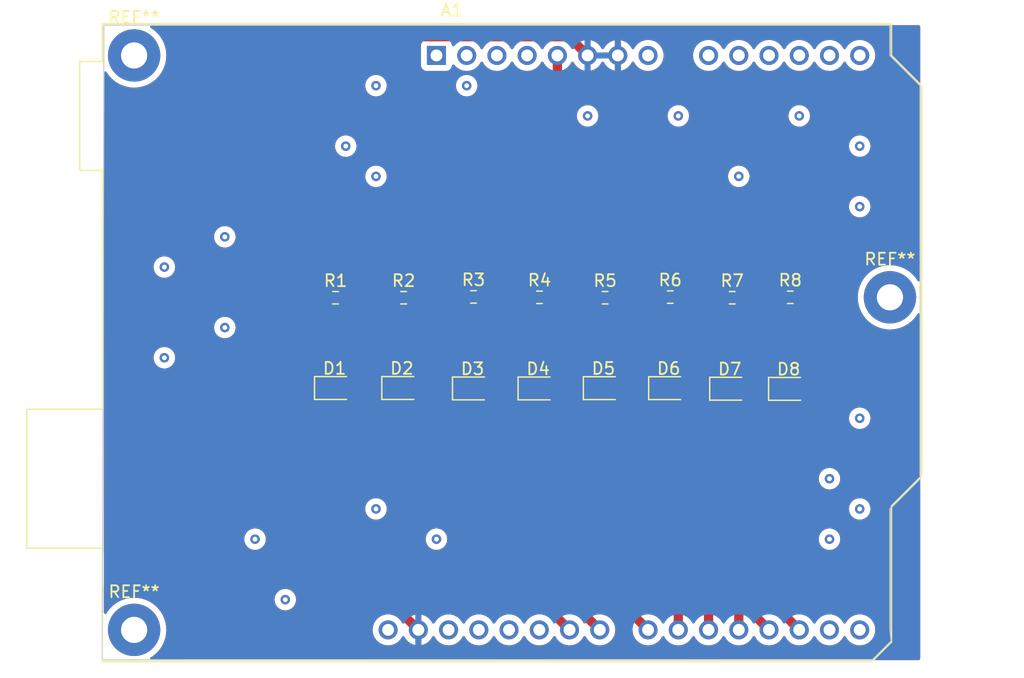
<source format=kicad_pcb>
(kicad_pcb (version 20221018) (generator pcbnew)
  (layers (0 "F.Cu" signal) (31 "B.Cu" signal) (34 "B.Paste" user) (35 "F.Paste" user) (36 "B.SilkS" user "B.Silkscreen") (37 "F.SilkS" user "F.Silkscreen") (38 "B.Mask" user) (39 "F.Mask" user) (44 "Edge.Cuts" user))
  (net 0 "")
  (net 1 "Net-(A1-+5V)")
  (net 2 "Net-(D8-A)")
  (net 3 "Net-(D7-A)")
  (net 4 "Net-(D6-A)")
  (net 5 "Net-(D5-A)")
  (net 6 "Net-(D4-A)")
  (net 7 "Net-(D3-A)")
  (net 8 "Net-(D2-A)")
  (net 9 "Net-(D1-A)")
  (net 14 "GND")
  (net 24 "Net-(A1-D2)")
  (net 25 "Net-(A1-D3)")
  (net 26 "Net-(A1-D4)")
  (net 27 "Net-(A1-D5)")
  (net 28 "Net-(A1-D6)")
  (net 29 "Net-(A1-D7)")
  (net 30 "Net-(A1-D8)")
  (net 31 "Net-(A1-D9)")
  (footprint "LED_SMD:LED_0805_2012Metric" (layer "F.Cu") (at 151.188194 83.831961)
    (fp_text reference "D5" (at 0 -1.65) (layer "F.SilkS"))
    (fp_text value "LED")
    (fp_line (start -1.685 -0.96) (end -1.685 0.96) (stroke (width 0.12)) (layer "F.SilkS"))
    (fp_line (start -1.685 0.96) (end 1 0.96) (stroke (width 0.12)) (layer "F.SilkS"))
    (fp_line (start 1 -0.96) (end -1.685 -0.96) (stroke (width 0.12)) (layer "F.SilkS"))
    (pad "1" smd roundrect (at -0.9375 0) (size 0.975 1.4) (layers "F.Cu" "F.Paste" "F.Mask") (net 27 "Net-(A1-D5)"))
    (pad "2" smd roundrect (at 0.9375 0) (size 0.975 1.4) (layers "F.Cu" "F.Paste" "F.Mask") (net 5 "Net-(D5-A)"))
  )
  (footprint "Resistor_SMD:R_0603_1608Metric" (layer "F.Cu") (at 162.005352 76.235848)
    (fp_text reference "R7" (at 0 -1.43) (layer "F.SilkS"))
    (fp_text value "R_Small_US")
    (fp_line (start -0.237258 -0.5225) (end 0.237258 -0.5225) (stroke (width 0.12)) (layer "F.SilkS"))
    (fp_line (start -0.237258 0.5225) (end 0.237258 0.5225) (stroke (width 0.12)) (layer "F.SilkS"))
    (pad "1" smd roundrect (at -0.825 0) (size 0.8 0.95) (layers "F.Cu" "F.Paste" "F.Mask") (net 1 "Net-(A1-+5V)"))
    (pad "2" smd roundrect (at 0.825 0) (size 0.8 0.95) (layers "F.Cu" "F.Paste" "F.Mask") (net 3 "Net-(D7-A)"))
  )
  (footprint "Resistor_SMD:R_0603_1608Metric" (layer "F.Cu") (at 156.800217 76.182187)
    (fp_text reference "R6" (at 0 -1.43) (layer "F.SilkS"))
    (fp_text value "R_Small_US")
    (fp_line (start -0.237258 -0.5225) (end 0.237258 -0.5225) (stroke (width 0.12)) (layer "F.SilkS"))
    (fp_line (start -0.237258 0.5225) (end 0.237258 0.5225) (stroke (width 0.12)) (layer "F.SilkS"))
    (pad "1" smd roundrect (at -0.825 0) (size 0.8 0.95) (layers "F.Cu" "F.Paste" "F.Mask") (net 1 "Net-(A1-+5V)"))
    (pad "2" smd roundrect (at 0.825 0) (size 0.8 0.95) (layers "F.Cu" "F.Paste" "F.Mask") (net 4 "Net-(D6-A)"))
  )
  (footprint "Resistor_SMD:R_0603_1608Metric" (layer "F.Cu") (at 128.68142 76.235922)
    (fp_text reference "R1" (at 0 -1.43) (layer "F.SilkS"))
    (fp_text value "R_Small_US")
    (fp_line (start -0.237258 -0.5225) (end 0.237258 -0.5225) (stroke (width 0.12)) (layer "F.SilkS"))
    (fp_line (start -0.237258 0.5225) (end 0.237258 0.5225) (stroke (width 0.12)) (layer "F.SilkS"))
    (pad "1" smd roundrect (at -0.825 0) (size 0.8 0.95) (layers "F.Cu" "F.Paste" "F.Mask") (net 1 "Net-(A1-+5V)"))
    (pad "2" smd roundrect (at 0.825 0) (size 0.8 0.95) (layers "F.Cu" "F.Paste" "F.Mask") (net 9 "Net-(D1-A)"))
  )
  (footprint "Resistor_SMD:R_0603_1608Metric" (layer "F.Cu") (at 151.326776 76.235848)
    (fp_text reference "R5" (at 0 -1.43) (layer "F.SilkS"))
    (fp_text value "R_Small_US")
    (fp_line (start -0.237258 -0.5225) (end 0.237258 -0.5225) (stroke (width 0.12)) (layer "F.SilkS"))
    (fp_line (start -0.237258 0.5225) (end 0.237258 0.5225) (stroke (width 0.12)) (layer "F.SilkS"))
    (pad "1" smd roundrect (at -0.825 0) (size 0.8 0.95) (layers "F.Cu" "F.Paste" "F.Mask") (net 1 "Net-(A1-+5V)"))
    (pad "2" smd roundrect (at 0.825 0) (size 0.8 0.95) (layers "F.Cu" "F.Paste" "F.Mask") (net 5 "Net-(D5-A)"))
  )
  (footprint "LED_SMD:LED_0805_2012Metric" (layer "F.Cu") (at 134.254774 83.82)
    (fp_text reference "D2" (at 0 -1.65) (layer "F.SilkS"))
    (fp_text value "LED")
    (fp_line (start -1.685 -0.96) (end -1.685 0.96) (stroke (width 0.12)) (layer "F.SilkS"))
    (fp_line (start -1.685 0.96) (end 1 0.96) (stroke (width 0.12)) (layer "F.SilkS"))
    (fp_line (start 1 -0.96) (end -1.685 -0.96) (stroke (width 0.12)) (layer "F.SilkS"))
    (pad "1" smd roundrect (at -0.9375 0) (size 0.975 1.4) (layers "F.Cu" "F.Paste" "F.Mask") (net 30 "Net-(A1-D8)"))
    (pad "2" smd roundrect (at 0.9375 0) (size 0.975 1.4) (layers "F.Cu" "F.Paste" "F.Mask") (net 8 "Net-(D2-A)"))
  )
  (footprint "MountingHole:MountingHole_2.2mm_M2_Pad" (layer "F.Cu") (at 111.76 55.88)
    (fp_text reference "REF**" (at 0 -3.2) (layer "F.SilkS"))
    (fp_text value "MountingHole_2.2mm_M2_Pad")
    (pad "1" thru_hole circle (at 0 0) (size 4.4 4.4) (drill 2.2) (layers "*.Cu" "*.Mask"))
  )
  (footprint "Resistor_SMD:R_0603_1608Metric" (layer "F.Cu") (at 140.272237 76.164374)
    (fp_text reference "R3" (at 0 -1.43) (layer "F.SilkS"))
    (fp_text value "R_Small_US")
    (fp_line (start -0.237258 -0.5225) (end 0.237258 -0.5225) (stroke (width 0.12)) (layer "F.SilkS"))
    (fp_line (start -0.237258 0.5225) (end 0.237258 0.5225) (stroke (width 0.12)) (layer "F.SilkS"))
    (pad "1" smd roundrect (at -0.825 0) (size 0.8 0.95) (layers "F.Cu" "F.Paste" "F.Mask") (net 1 "Net-(A1-+5V)"))
    (pad "2" smd roundrect (at 0.825 0) (size 0.8 0.95) (layers "F.Cu" "F.Paste" "F.Mask") (net 7 "Net-(D3-A)"))
  )
  (footprint "LED_SMD:LED_0805_2012Metric" (layer "F.Cu") (at 156.67356 83.831961)
    (fp_text reference "D6" (at 0 -1.65) (layer "F.SilkS"))
    (fp_text value "LED")
    (fp_line (start -1.685 -0.96) (end -1.685 0.96) (stroke (width 0.12)) (layer "F.SilkS"))
    (fp_line (start -1.685 0.96) (end 1 0.96) (stroke (width 0.12)) (layer "F.SilkS"))
    (fp_line (start 1 -0.96) (end -1.685 -0.96) (stroke (width 0.12)) (layer "F.SilkS"))
    (pad "1" smd roundrect (at -0.9375 0) (size 0.975 1.4) (layers "F.Cu" "F.Paste" "F.Mask") (net 26 "Net-(A1-D4)"))
    (pad "2" smd roundrect (at 0.9375 0) (size 0.975 1.4) (layers "F.Cu" "F.Paste" "F.Mask") (net 4 "Net-(D6-A)"))
  )
  (footprint "LED_SMD:LED_0805_2012Metric" (layer "F.Cu") (at 140.193279 83.855774)
    (fp_text reference "D3" (at 0 -1.65) (layer "F.SilkS"))
    (fp_text value "LED")
    (fp_line (start -1.685 -0.96) (end -1.685 0.96) (stroke (width 0.12)) (layer "F.SilkS"))
    (fp_line (start -1.685 0.96) (end 1 0.96) (stroke (width 0.12)) (layer "F.SilkS"))
    (fp_line (start 1 -0.96) (end -1.685 -0.96) (stroke (width 0.12)) (layer "F.SilkS"))
    (pad "1" smd roundrect (at -0.9375 0) (size 0.975 1.4) (layers "F.Cu" "F.Paste" "F.Mask") (net 29 "Net-(A1-D7)"))
    (pad "2" smd roundrect (at 0.9375 0) (size 0.975 1.4) (layers "F.Cu" "F.Paste" "F.Mask") (net 7 "Net-(D3-A)"))
  )
  (footprint "Resistor_SMD:R_0603_1608Metric" (layer "F.Cu") (at 145.817227 76.200148)
    (fp_text reference "R4" (at 0 -1.43) (layer "F.SilkS"))
    (fp_text value "R_Small_US")
    (fp_line (start -0.237258 -0.5225) (end 0.237258 -0.5225) (stroke (width 0.12)) (layer "F.SilkS"))
    (fp_line (start -0.237258 0.5225) (end 0.237258 0.5225) (stroke (width 0.12)) (layer "F.SilkS"))
    (pad "1" smd roundrect (at -0.825 0) (size 0.8 0.95) (layers "F.Cu" "F.Paste" "F.Mask") (net 1 "Net-(A1-+5V)"))
    (pad "2" smd roundrect (at 0.825 0) (size 0.8 0.95) (layers "F.Cu" "F.Paste" "F.Mask") (net 6 "Net-(D4-A)"))
  )
  (footprint "MountingHole:MountingHole_2.2mm_M2_Pad" (layer "F.Cu") (at 175.26 76.2)
    (fp_text reference "REF**" (at 0 -3.2) (layer "F.SilkS"))
    (fp_text value "MountingHole_2.2mm_M2_Pad")
    (pad "1" thru_hole circle (at 0 0) (size 4.4 4.4) (drill 2.2) (layers "*.Cu" "*.Mask"))
  )
  (footprint "LED_SMD:LED_0805_2012Metric" (layer "F.Cu") (at 161.801185 83.87966)
    (fp_text reference "D7" (at 0 -1.65) (layer "F.SilkS"))
    (fp_text value "LED")
    (fp_line (start -1.685 -0.96) (end -1.685 0.96) (stroke (width 0.12)) (layer "F.SilkS"))
    (fp_line (start -1.685 0.96) (end 1 0.96) (stroke (width 0.12)) (layer "F.SilkS"))
    (fp_line (start 1 -0.96) (end -1.685 -0.96) (stroke (width 0.12)) (layer "F.SilkS"))
    (pad "1" smd roundrect (at -0.9375 0) (size 0.975 1.4) (layers "F.Cu" "F.Paste" "F.Mask") (net 25 "Net-(A1-D3)"))
    (pad "2" smd roundrect (at 0.9375 0) (size 0.975 1.4) (layers "F.Cu" "F.Paste" "F.Mask") (net 3 "Net-(D7-A)"))
  )
  (footprint "LED_SMD:LED_0805_2012Metric" (layer "F.Cu") (at 128.6025 83.82)
    (fp_text reference "D1" (at 0 -1.65) (layer "F.SilkS"))
    (fp_text value "LED")
    (fp_line (start -1.685 -0.96) (end -1.685 0.96) (stroke (width 0.12)) (layer "F.SilkS"))
    (fp_line (start -1.685 0.96) (end 1 0.96) (stroke (width 0.12)) (layer "F.SilkS"))
    (fp_line (start 1 -0.96) (end -1.685 -0.96) (stroke (width 0.12)) (layer "F.SilkS"))
    (pad "1" smd roundrect (at -0.9375 0) (size 0.975 1.4) (layers "F.Cu" "F.Paste" "F.Mask") (net 31 "Net-(A1-D9)"))
    (pad "2" smd roundrect (at 0.9375 0) (size 0.975 1.4) (layers "F.Cu" "F.Paste" "F.Mask") (net 9 "Net-(D1-A)"))
  )
  (footprint "MountingHole:MountingHole_2.2mm_M2_Pad" (layer "F.Cu") (at 111.76 104.14)
    (fp_text reference "REF**" (at 0 -3.2) (layer "F.SilkS"))
    (fp_text value "MountingHole_2.2mm_M2_Pad")
    (pad "1" thru_hole circle (at 0 0) (size 4.4 4.4) (drill 2.2) (layers "*.Cu" "*.Mask"))
  )
  (footprint "Module:Arduino_UNO_R2" (layer "F.Cu") (at 137.16 55.88)
    (fp_text reference "A1" (at 1.27 -3.81 180) (layer "F.SilkS"))
    (fp_text value "Arduino_UNO_R2")
    (fp_line (start -34.42 29.72) (end -34.42 41.4) (stroke (width 0.12)) (layer "F.SilkS"))
    (fp_line (start -34.42 41.4) (end -28.07 41.4) (stroke (width 0.12)) (layer "F.SilkS"))
    (fp_line (start -29.97 0.51) (end -29.97 9.65) (stroke (width 0.12)) (layer "F.SilkS"))
    (fp_line (start -29.97 9.65) (end -28.07 9.65) (stroke (width 0.12)) (layer "F.SilkS"))
    (fp_line (start -28.07 -2.67) (end -28.07 0.51) (stroke (width 0.12)) (layer "F.SilkS"))
    (fp_line (start -28.07 0.51) (end -29.97 0.51) (stroke (width 0.12)) (layer "F.SilkS"))
    (fp_line (start -28.07 9.65) (end -28.07 29.72) (stroke (width 0.12)) (layer "F.SilkS"))
    (fp_line (start -28.07 29.72) (end -34.42 29.72) (stroke (width 0.12)) (layer "F.SilkS"))
    (fp_line (start -28.07 41.4) (end -28.07 50.93) (stroke (width 0.12)) (layer "F.SilkS"))
    (fp_line (start -28.07 50.93) (end 36.58 50.93) (stroke (width 0.12)) (layer "F.SilkS"))
    (fp_line (start 36.58 50.93) (end 38.23 49.28) (stroke (width 0.12)) (layer "F.SilkS"))
    (fp_line (start 38.23 -2.67) (end -28.07 -2.67) (stroke (width 0.12)) (layer "F.SilkS"))
    (fp_line (start 38.23 0) (end 38.23 -2.67) (stroke (width 0.12)) (layer "F.SilkS"))
    (fp_line (start 38.23 37.85) (end 40.77 35.31) (stroke (width 0.12)) (layer "F.SilkS"))
    (fp_line (start 38.23 49.28) (end 38.23 37.85) (stroke (width 0.12)) (layer "F.SilkS"))
    (fp_line (start 40.77 2.54) (end 38.23 0) (stroke (width 0.12)) (layer "F.SilkS"))
    (fp_line (start 40.77 35.31) (end 40.77 2.54) (stroke (width 0.12)) (layer "F.SilkS"))
    (pad "1" thru_hole rect (at 0 0 90) (size 1.6 1.6) (drill 1) (layers "*.Cu" "*.Mask"))
    (pad "2" thru_hole oval (at 2.54 0 90) (size 1.6 1.6) (drill 1) (layers "*.Cu" "*.Mask"))
    (pad "3" thru_hole oval (at 5.08 0 90) (size 1.6 1.6) (drill 1) (layers "*.Cu" "*.Mask"))
    (pad "4" thru_hole oval (at 7.62 0 90) (size 1.6 1.6) (drill 1) (layers "*.Cu" "*.Mask"))
    (pad "5" thru_hole oval (at 10.16 0 90) (size 1.6 1.6) (drill 1) (layers "*.Cu" "*.Mask") (net 1 "Net-(A1-+5V)"))
    (pad "6" thru_hole oval (at 12.7 0 90) (size 1.6 1.6) (drill 1) (layers "*.Cu" "*.Mask") (net 14 "GND"))
    (pad "7" thru_hole oval (at 15.24 0 90) (size 1.6 1.6) (drill 1) (layers "*.Cu" "*.Mask") (net 14 "GND"))
    (pad "8" thru_hole oval (at 17.78 0 90) (size 1.6 1.6) (drill 1) (layers "*.Cu" "*.Mask"))
    (pad "9" thru_hole oval (at 22.86 0 90) (size 1.6 1.6) (drill 1) (layers "*.Cu" "*.Mask"))
    (pad "10" thru_hole oval (at 25.4 0 90) (size 1.6 1.6) (drill 1) (layers "*.Cu" "*.Mask"))
    (pad "11" thru_hole oval (at 27.94 0 90) (size 1.6 1.6) (drill 1) (layers "*.Cu" "*.Mask"))
    (pad "12" thru_hole oval (at 30.48 0 90) (size 1.6 1.6) (drill 1) (layers "*.Cu" "*.Mask"))
    (pad "13" thru_hole oval (at 33.02 0 90) (size 1.6 1.6) (drill 1) (layers "*.Cu" "*.Mask"))
    (pad "14" thru_hole oval (at 35.56 0 90) (size 1.6 1.6) (drill 1) (layers "*.Cu" "*.Mask"))
    (pad "15" thru_hole oval (at 35.56 48.26 90) (size 1.6 1.6) (drill 1) (layers "*.Cu" "*.Mask"))
    (pad "16" thru_hole oval (at 33.02 48.26 90) (size 1.6 1.6) (drill 1) (layers "*.Cu" "*.Mask"))
    (pad "17" thru_hole oval (at 30.48 48.26 90) (size 1.6 1.6) (drill 1) (layers "*.Cu" "*.Mask") (net 24 "Net-(A1-D2)"))
    (pad "18" thru_hole oval (at 27.94 48.26 90) (size 1.6 1.6) (drill 1) (layers "*.Cu" "*.Mask") (net 25 "Net-(A1-D3)"))
    (pad "19" thru_hole oval (at 25.4 48.26 90) (size 1.6 1.6) (drill 1) (layers "*.Cu" "*.Mask") (net 26 "Net-(A1-D4)"))
    (pad "20" thru_hole oval (at 22.86 48.26 90) (size 1.6 1.6) (drill 1) (layers "*.Cu" "*.Mask") (net 27 "Net-(A1-D5)"))
    (pad "21" thru_hole oval (at 20.32 48.26 90) (size 1.6 1.6) (drill 1) (layers "*.Cu" "*.Mask") (net 28 "Net-(A1-D6)"))
    (pad "22" thru_hole oval (at 17.78 48.26 90) (size 1.6 1.6) (drill 1) (layers "*.Cu" "*.Mask") (net 29 "Net-(A1-D7)"))
    (pad "23" thru_hole oval (at 13.72 48.26 90) (size 1.6 1.6) (drill 1) (layers "*.Cu" "*.Mask") (net 30 "Net-(A1-D8)"))
    (pad "24" thru_hole oval (at 11.18 48.26 90) (size 1.6 1.6) (drill 1) (layers "*.Cu" "*.Mask") (net 31 "Net-(A1-D9)"))
    (pad "25" thru_hole oval (at 8.64 48.26 90) (size 1.6 1.6) (drill 1) (layers "*.Cu" "*.Mask"))
    (pad "26" thru_hole oval (at 6.1 48.26 90) (size 1.6 1.6) (drill 1) (layers "*.Cu" "*.Mask"))
    (pad "27" thru_hole oval (at 3.56 48.26 90) (size 1.6 1.6) (drill 1) (layers "*.Cu" "*.Mask"))
    (pad "28" thru_hole oval (at 1.02 48.26 90) (size 1.6 1.6) (drill 1) (layers "*.Cu" "*.Mask"))
    (pad "29" thru_hole oval (at -1.52 48.26 90) (size 1.6 1.6) (drill 1) (layers "*.Cu" "*.Mask") (net 14 "GND"))
    (pad "30" thru_hole oval (at -4.06 48.26 90) (size 1.6 1.6) (drill 1) (layers "*.Cu" "*.Mask"))
  )
  (footprint "Resistor_SMD:R_0603_1608Metric" (layer "F.Cu") (at 166.886511 76.200074)
    (fp_text reference "R8" (at 0 -1.43) (layer "F.SilkS"))
    (fp_text value "R_Small_US")
    (fp_line (start -0.237258 -0.5225) (end 0.237258 -0.5225) (stroke (width 0.12)) (layer "F.SilkS"))
    (fp_line (start -0.237258 0.5225) (end 0.237258 0.5225) (stroke (width 0.12)) (layer "F.SilkS"))
    (pad "1" smd roundrect (at -0.825 0) (size 0.8 0.95) (layers "F.Cu" "F.Paste" "F.Mask") (net 1 "Net-(A1-+5V)"))
    (pad "2" smd roundrect (at 0.825 0) (size 0.8 0.95) (layers "F.Cu" "F.Paste" "F.Mask") (net 2 "Net-(D8-A)"))
  )
  (footprint "LED_SMD:LED_0805_2012Metric" (layer "F.Cu") (at 145.702494 83.855774)
    (fp_text reference "D4" (at 0 -1.65) (layer "F.SilkS"))
    (fp_text value "LED")
    (fp_line (start -1.685 -0.96) (end -1.685 0.96) (stroke (width 0.12)) (layer "F.SilkS"))
    (fp_line (start -1.685 0.96) (end 1 0.96) (stroke (width 0.12)) (layer "F.SilkS"))
    (fp_line (start 1 -0.96) (end -1.685 -0.96) (stroke (width 0.12)) (layer "F.SilkS"))
    (pad "1" smd roundrect (at -0.9375 0) (size 0.975 1.4) (layers "F.Cu" "F.Paste" "F.Mask") (net 28 "Net-(A1-D6)"))
    (pad "2" smd roundrect (at 0.9375 0) (size 0.975 1.4) (layers "F.Cu" "F.Paste" "F.Mask") (net 6 "Net-(D4-A)"))
  )
  (footprint "LED_SMD:LED_0805_2012Metric" (layer "F.Cu") (at 166.750124 83.891548)
    (fp_text reference "D8" (at 0 -1.65) (layer "F.SilkS"))
    (fp_text value "LED")
    (fp_line (start -1.685 -0.96) (end -1.685 0.96) (stroke (width 0.12)) (layer "F.SilkS"))
    (fp_line (start -1.685 0.96) (end 1 0.96) (stroke (width 0.12)) (layer "F.SilkS"))
    (fp_line (start 1 -0.96) (end -1.685 -0.96) (stroke (width 0.12)) (layer "F.SilkS"))
    (pad "1" smd roundrect (at -0.9375 0) (size 0.975 1.4) (layers "F.Cu" "F.Paste" "F.Mask") (net 24 "Net-(A1-D2)"))
    (pad "2" smd roundrect (at 0.9375 0) (size 0.975 1.4) (layers "F.Cu" "F.Paste" "F.Mask") (net 2 "Net-(D8-A)"))
  )
  (footprint "Resistor_SMD:R_0603_1608Metric" (layer "F.Cu") (at 134.403085 76.235922)
    (fp_text reference "R2" (at 0 -1.43) (layer "F.SilkS"))
    (fp_text value "R_Small_US")
    (fp_line (start -0.237258 -0.5225) (end 0.237258 -0.5225) (stroke (width 0.12)) (layer "F.SilkS"))
    (fp_line (start -0.237258 0.5225) (end 0.237258 0.5225) (stroke (width 0.12)) (layer "F.SilkS"))
    (pad "1" smd roundrect (at -0.825 0) (size 0.8 0.95) (layers "F.Cu" "F.Paste" "F.Mask") (net 1 "Net-(A1-+5V)"))
    (pad "2" smd roundrect (at 0.825 0) (size 0.8 0.95) (layers "F.Cu" "F.Paste" "F.Mask") (net 8 "Net-(D2-A)"))
  )
  (gr_poly (pts (xy 109.22 53.34) (xy 175.26 53.34) (xy 175.26 55.88) (xy 177.8 58.42) (xy 177.8 91.44) (xy 175.26 93.98) (xy 175.26 104.14) (xy 175.367211 105.070127) (xy 173.793149 106.644188) (xy 109.088865 106.65615) (xy 109.22 53.34)) (stroke (width 0.1)) (fill none) (layer "Edge.Cuts"))
  (gr_text "ARDUINO UNO SHIELD" (at 109.53395 99.802127) (layer "F.Cu") (effects (font (size 1.2 1.2) (thickness 0.3) bold) (justify left bottom)))
  (via (at 129.54 63.5) (size 0.8) (drill 0.4) (layers "F.Cu" "B.Cu") (net 0))
  (via (at 170.18 96.52) (size 0.8) (drill 0.4) (layers "F.Cu" "B.Cu") (net 0))
  (via (at 114.3 81.28) (size 0.8) (drill 0.4) (layers "F.Cu" "B.Cu") (net 0))
  (via (at 119.38 71.12) (size 0.8) (drill 0.4) (layers "F.Cu" "B.Cu") (net 0))
  (via (at 157.48 60.96) (size 0.8) (drill 0.4) (layers "F.Cu" "B.Cu") (net 0))
  (via (at 167.64 60.96) (size 0.8) (drill 0.4) (layers "F.Cu" "B.Cu") (net 0))
  (via (at 132.08 58.42) (size 0.8) (drill 0.4) (layers "F.Cu" "B.Cu") (net 0))
  (via (at 132.08 93.98) (size 0.8) (drill 0.4) (layers "F.Cu" "B.Cu") (net 0))
  (via (at 172.72 68.58) (size 0.8) (drill 0.4) (layers "F.Cu" "B.Cu") (net 0))
  (via (at 149.86 60.96) (size 0.8) (drill 0.4) (layers "F.Cu" "B.Cu") (net 0))
  (via (at 124.46 101.6) (size 0.8) (drill 0.4) (layers "F.Cu" "B.Cu") (net 0))
  (via (at 114.3 73.66) (size 0.8) (drill 0.4) (layers "F.Cu" "B.Cu") (net 0))
  (via (at 172.72 63.5) (size 0.8) (drill 0.4) (layers "F.Cu" "B.Cu") (net 0))
  (via (at 162.56 66.04) (size 0.8) (drill 0.4) (layers "F.Cu" "B.Cu") (net 0))
  (via (at 172.72 93.98) (size 0.8) (drill 0.4) (layers "F.Cu" "B.Cu") (net 0))
  (via (at 170.18 91.44) (size 0.8) (drill 0.4) (layers "F.Cu" "B.Cu") (net 0))
  (via (at 139.7 58.42) (size 0.8) (drill 0.4) (layers "F.Cu" "B.Cu") (net 0))
  (via (at 121.92 96.52) (size 0.8) (drill 0.4) (layers "F.Cu" "B.Cu") (net 0))
  (via (at 119.38 78.74) (size 0.8) (drill 0.4) (layers "F.Cu" "B.Cu") (net 0))
  (via (at 132.08 66.04) (size 0.8) (drill 0.4) (layers "F.Cu" "B.Cu") (net 0))
  (via (at 172.72 86.36) (size 0.8) (drill 0.4) (layers "F.Cu" "B.Cu") (net 0))
  (via (at 137.16 96.52) (size 0.8) (drill 0.4) (layers "F.Cu" "B.Cu") (net 0))
  (segment (start 139.447237 76.164374) (end 139.447237 71.372763) (width 0.78) (layer "F.Cu") (net 1))
  (segment (start 161.180352 76.235848) (end 161.180352 71.815436) (width 0.78) (layer "F.Cu") (net 1))
  (segment (start 154.94 70.655084) (end 160.02 70.655084) (width 0.78) (layer "F.Cu") (net 1))
  (segment (start 160.02 70.655084) (end 163.615076 70.655084) (width 0.78) (layer "F.Cu") (net 1))
  (segment (start 139.7 71.12) (end 139.7 70.655084) (width 0.78) (layer "F.Cu") (net 1))
  (segment (start 133.578085 71.696999) (end 134.62 70.655084) (width 0.78) (layer "F.Cu") (net 1))
  (segment (start 144.992227 76.200148) (end 144.992227 71.332227) (width 0.78) (layer "F.Cu") (net 1))
  (segment (start 163.615076 70.655084) (end 166.061511 73.101519) (width 0.78) (layer "F.Cu") (net 1))
  (segment (start 155.975217 76.182187) (end 155.975217 71.690301) (width 0.78) (layer "F.Cu") (net 1))
  (segment (start 161.180352 71.815436) (end 160.02 70.655084) (width 0.78) (layer "F.Cu") (net 1))
  (segment (start 149.86 70.655084) (end 147.32 68.115084) (width 0.78) (layer "F.Cu") (net 1))
  (segment (start 127.85642 76.235922) (end 127.85642 72.929159) (width 0.78) (layer "F.Cu") (net 1))
  (segment (start 139.447237 71.372763) (end 139.7 71.12) (width 0.78) (layer "F.Cu") (net 1))
  (segment (start 150.501776 71.29686) (end 149.86 70.655084) (width 0.78) (layer "F.Cu") (net 1))
  (segment (start 134.62 70.655084) (end 139.7 70.655084) (width 0.78) (layer "F.Cu") (net 1))
  (segment (start 147.32 68.115084) (end 147.32 55.88) (width 0.78) (layer "F.Cu") (net 1))
  (segment (start 166.061511 73.101519) (end 166.061511 76.200074) (width 0.78) (layer "F.Cu") (net 1))
  (segment (start 149.86 70.655084) (end 154.94 70.655084) (width 0.78) (layer "F.Cu") (net 1))
  (segment (start 144.78 71.12) (end 144.992227 71.332227) (width 0.78) (layer "F.Cu") (net 1))
  (segment (start 139.7 70.655084) (end 149.86 70.655084) (width 0.78) (layer "F.Cu") (net 1))
  (segment (start 133.578085 76.235922) (end 133.578085 71.696999) (width 0.78) (layer "F.Cu") (net 1))
  (segment (start 150.501776 76.235848) (end 150.501776 71.29686) (width 0.78) (layer "F.Cu") (net 1))
  (segment (start 127.85642 72.929159) (end 130.130495 70.655084) (width 0.78) (layer "F.Cu") (net 1))
  (segment (start 130.130495 70.655084) (end 134.62 70.655084) (width 0.78) (layer "F.Cu") (net 1))
  (segment (start 155.975217 71.690301) (end 154.94 70.655084) (width 0.78) (layer "F.Cu") (net 1))
  (segment (start 167.687624 76.223961) (end 167.711511 76.200074) (width 0.78) (layer "F.Cu") (net 2))
  (segment (start 167.687624 83.891548) (end 167.687624 76.223961) (width 0.78) (layer "F.Cu") (net 2))
  (segment (start 162.738685 76.327515) (end 162.830352 76.235848) (width 0.78) (layer "F.Cu") (net 3))
  (segment (start 162.738685 83.87966) (end 162.738685 76.327515) (width 0.78) (layer "F.Cu") (net 3))
  (segment (start 157.61106 83.831961) (end 157.61106 76.196344) (width 0.78) (layer "F.Cu") (net 4))
  (segment (start 157.61106 76.196344) (end 157.625217 76.182187) (width 0.78) (layer "F.Cu") (net 4))
  (segment (start 152.125694 83.831961) (end 152.125694 76.26193) (width 0.78) (layer "F.Cu") (net 5))
  (segment (start 152.125694 76.26193) (end 152.151776 76.235848) (width 0.78) (layer "F.Cu") (net 5))
  (segment (start 146.639994 83.855774) (end 146.639994 76.202381) (width 0.78) (layer "F.Cu") (net 6))
  (segment (start 146.639994 76.202381) (end 146.642227 76.200148) (width 0.78) (layer "F.Cu") (net 6))
  (segment (start 141.130779 83.855774) (end 141.130779 76.197916) (width 0.78) (layer "F.Cu") (net 7))
  (segment (start 141.130779 76.197916) (end 141.097237 76.164374) (width 0.78) (layer "F.Cu") (net 7))
  (segment (start 135.192274 83.82) (end 135.192274 76.271733) (width 0.78) (layer "F.Cu") (net 8))
  (segment (start 135.192274 76.271733) (end 135.228085 76.235922) (width 0.78) (layer "F.Cu") (net 8))
  (segment (start 129.54 83.82) (end 129.54 76.269502) (width 0.78) (layer "F.Cu") (net 9))
  (segment (start 129.54 76.269502) (end 129.50642 76.235922) (width 0.78) (layer "F.Cu") (net 9))
  (segment (start 135.64 104.14) (end 124.630335 93.130335) (width 0.78) (layer "F.Cu") (net 14))
  (segment (start 124.630335 93.130335) (end 124.630335 54.306235) (width 0.78) (layer "F.Cu") (net 14))
  (segment (start 124.630335 54.306235) (end 148.286235 54.306235) (width 0.78) (layer "F.Cu") (net 14))
  (segment (start 148.286235 54.306235) (end 149.86 55.88) (width 0.78) (layer "F.Cu") (net 14))
  (segment (start 165.812624 102.312624) (end 165.812624 83.891548) (width 0.78) (layer "F.Cu") (net 24))
  (segment (start 167.64 104.14) (end 165.812624 102.312624) (width 0.78) (layer "F.Cu") (net 24))
  (segment (start 165.1 104.14) (end 163.990816 103.030816) (width 0.78) (layer "F.Cu") (net 25))
  (segment (start 163.990816 97.172618) (end 160.863685 94.045487) (width 0.78) (layer "F.Cu") (net 25))
  (segment (start 163.990816 103.030816) (end 163.990816 97.172618) (width 0.78) (layer "F.Cu") (net 25))
  (segment (start 160.863685 94.045487) (end 160.863685 83.87966) (width 0.78) (layer "F.Cu") (net 25))
  (segment (start 155.73606 91.735074) (end 155.73606 83.831961) (width 0.78) (layer "F.Cu") (net 26))
  (segment (start 155.780654 91.779668) (end 155.73606 91.735074) (width 0.78) (layer "F.Cu") (net 26))
  (segment (start 162.56 102.503111) (end 160.771145 100.714256) (width 0.78) (layer "F.Cu") (net 26))
  (segment (start 162.56 104.14) (end 162.56 102.503111) (width 0.78) (layer "F.Cu") (net 26))
  (segment (start 155.780654 92.021144) (end 155.780654 91.779668) (width 0.78) (layer "F.Cu") (net 26))
  (segment (start 160.771145 100.714256) (end 160.771145 97.011635) (width 0.78) (layer "F.Cu") (net 26))
  (segment (start 160.771145 97.011635) (end 155.780654 92.021144) (width 0.78) (layer "F.Cu") (net 26))
  (segment (start 160.02 102.699832) (end 158.517375 101.197207) (width 0.78) (layer "F.Cu") (net 27))
  (segment (start 150.307213 89.203931) (end 150.307213 89.042948) (width 0.78) (layer "F.Cu") (net 27))
  (segment (start 160.02 104.14) (end 160.02 102.699832) (width 0.78) (layer "F.Cu") (net 27))
  (segment (start 150.250694 88.986429) (end 150.250694 83.831961) (width 0.78) (layer "F.Cu") (net 27))
  (segment (start 158.517375 101.197207) (end 158.517375 97.414093) (width 0.78) (layer "F.Cu") (net 27))
  (segment (start 150.307213 89.042948) (end 150.250694 88.986429) (width 0.78) (layer "F.Cu") (net 27))
  (segment (start 158.517375 97.414093) (end 150.307213 89.203931) (width 0.78) (layer "F.Cu") (net 27))
  (segment (start 157.48 102.735569) (end 155.780654 101.036223) (width 0.78) (layer "F.Cu") (net 28))
  (segment (start 155.780654 98.138519) (end 144.914264 87.272129) (width 0.78) (layer "F.Cu") (net 28))
  (segment (start 144.764994 87.042367) (end 144.764994 83.855774) (width 0.78) (layer "F.Cu") (net 28))
  (segment (start 155.780654 101.036223) (end 155.780654 98.138519) (width 0.78) (layer "F.Cu") (net 28))
  (segment (start 157.48 104.14) (end 157.48 102.735569) (width 0.78) (layer "F.Cu") (net 28))
  (segment (start 144.914264 87.191637) (end 144.764994 87.042367) (width 0.78) (layer "F.Cu") (net 28))
  (segment (start 144.914264 87.272129) (end 144.914264 87.191637) (width 0.78) (layer "F.Cu") (net 28))
  (segment (start 139.255779 88.616429) (end 139.255779 83.855774) (width 0.78) (layer "F.Cu") (net 29))
  (segment (start 141.453117 88.640489) (end 139.279839 88.640489) (width 0.78) (layer "F.Cu") (net 29))
  (segment (start 153.204917 100.392289) (end 141.453117 88.640489) (width 0.78) (layer "F.Cu") (net 29))
  (segment (start 153.204917 102.887534) (end 153.204917 100.392289) (width 0.78) (layer "F.Cu") (net 29))
  (segment (start 153.687534 102.887534) (end 153.204917 102.887534) (width 0.78) (layer "F.Cu") (net 29))
  (segment (start 154.94 104.14) (end 153.687534 102.887534) (width 0.78) (layer "F.Cu") (net 29))
  (segment (start 139.279839 88.640489) (end 139.255779 88.616429) (width 0.78) (layer "F.Cu") (net 29))
  (segment (start 150.88 104.14) (end 134.736554 87.996554) (width 0.78) (layer "F.Cu") (net 30))
  (segment (start 134.736554 87.996554) (end 133.323447 87.996554) (width 0.78) (layer "F.Cu") (net 30))
  (segment (start 133.317274 87.990381) (end 133.317274 83.82) (width 0.78) (layer "F.Cu") (net 30))
  (segment (start 133.323447 87.996554) (end 133.317274 87.990381) (width 0.78) (layer "F.Cu") (net 30))
  (segment (start 135.094259 90.894259) (end 127.689022 90.894259) (width 0.78) (layer "F.Cu") (net 31))
  (segment (start 148.34 104.14) (end 135.094259 90.894259) (width 0.78) (layer "F.Cu") (net 31))
  (segment (start 127.689022 90.894259) (end 127.665 90.870237) (width 0.78) (layer "F.Cu") (net 31))
  (segment (start 127.665 90.870237) (end 127.665 83.82) (width 0.78) (layer "F.Cu") (net 31))
  (zone (net 14) (net_name "GND") (layer "F.Cu") (connect_pads (clearance 0.5)) (min_thickness 0.25) (fill yes (thermal_gap 0.5) (thermal_bridge_width 0.5))
    (polygon (pts (xy 109.22 53.34) (xy 177.8 53.34) (xy 177.8 106.68) (xy 109.22 106.68)))
  )
  (zone (net 14) (net_name "GND") (layer "B.Cu") (priority 1) (connect_pads (clearance 0.5)) (min_thickness 0.25) (fill yes (thermal_gap 0.5) (thermal_bridge_width 0.5))
    (polygon (pts (xy 109.22 53.34) (xy 177.8 53.34) (xy 177.8 106.68) (xy 109.22 106.68)))
  )
)
</source>
